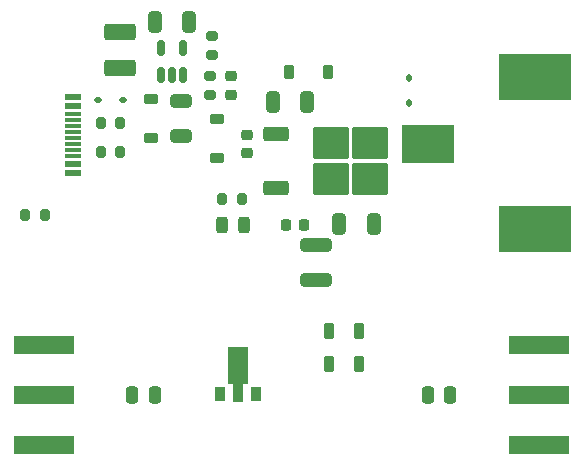
<source format=gbr>
%TF.GenerationSoftware,KiCad,Pcbnew,7.0.6-7.0.6~ubuntu22.04.1*%
%TF.CreationDate,2023-09-10T12:00:18+02:00*%
%TF.ProjectId,RFAmp,5246416d-702e-46b6-9963-61645f706362,rev?*%
%TF.SameCoordinates,Original*%
%TF.FileFunction,Paste,Top*%
%TF.FilePolarity,Positive*%
%FSLAX46Y46*%
G04 Gerber Fmt 4.6, Leading zero omitted, Abs format (unit mm)*
G04 Created by KiCad (PCBNEW 7.0.6-7.0.6~ubuntu22.04.1) date 2023-09-10 12:00:18*
%MOMM*%
%LPD*%
G01*
G04 APERTURE LIST*
G04 Aperture macros list*
%AMRoundRect*
0 Rectangle with rounded corners*
0 $1 Rounding radius*
0 $2 $3 $4 $5 $6 $7 $8 $9 X,Y pos of 4 corners*
0 Add a 4 corners polygon primitive as box body*
4,1,4,$2,$3,$4,$5,$6,$7,$8,$9,$2,$3,0*
0 Add four circle primitives for the rounded corners*
1,1,$1+$1,$2,$3*
1,1,$1+$1,$4,$5*
1,1,$1+$1,$6,$7*
1,1,$1+$1,$8,$9*
0 Add four rect primitives between the rounded corners*
20,1,$1+$1,$2,$3,$4,$5,0*
20,1,$1+$1,$4,$5,$6,$7,0*
20,1,$1+$1,$6,$7,$8,$9,0*
20,1,$1+$1,$8,$9,$2,$3,0*%
%AMFreePoly0*
4,1,9,3.862500,-0.866500,0.737500,-0.866500,0.737500,-0.450000,-0.737500,-0.450000,-0.737500,0.450000,0.737500,0.450000,0.737500,0.866500,3.862500,0.866500,3.862500,-0.866500,3.862500,-0.866500,$1*%
G04 Aperture macros list end*
%ADD10RoundRect,0.200000X0.200000X0.275000X-0.200000X0.275000X-0.200000X-0.275000X0.200000X-0.275000X0*%
%ADD11R,5.080000X1.500000*%
%ADD12RoundRect,0.225000X-0.375000X0.225000X-0.375000X-0.225000X0.375000X-0.225000X0.375000X0.225000X0*%
%ADD13RoundRect,0.225000X-0.250000X0.225000X-0.250000X-0.225000X0.250000X-0.225000X0.250000X0.225000X0*%
%ADD14RoundRect,0.243750X0.243750X0.456250X-0.243750X0.456250X-0.243750X-0.456250X0.243750X-0.456250X0*%
%ADD15RoundRect,0.250000X-0.850000X-0.350000X0.850000X-0.350000X0.850000X0.350000X-0.850000X0.350000X0*%
%ADD16RoundRect,0.250000X-1.275000X-1.125000X1.275000X-1.125000X1.275000X1.125000X-1.275000X1.125000X0*%
%ADD17RoundRect,0.150000X0.150000X-0.512500X0.150000X0.512500X-0.150000X0.512500X-0.150000X-0.512500X0*%
%ADD18RoundRect,0.250000X1.075000X-0.312500X1.075000X0.312500X-1.075000X0.312500X-1.075000X-0.312500X0*%
%ADD19RoundRect,0.225000X0.250000X-0.225000X0.250000X0.225000X-0.250000X0.225000X-0.250000X-0.225000X0*%
%ADD20RoundRect,0.200000X-0.200000X-0.275000X0.200000X-0.275000X0.200000X0.275000X-0.200000X0.275000X0*%
%ADD21R,0.900000X1.300000*%
%ADD22FreePoly0,90.000000*%
%ADD23R,1.450000X0.600000*%
%ADD24R,1.450000X0.300000*%
%ADD25RoundRect,0.200000X0.275000X-0.200000X0.275000X0.200000X-0.275000X0.200000X-0.275000X-0.200000X0*%
%ADD26RoundRect,0.250000X-0.325000X-0.650000X0.325000X-0.650000X0.325000X0.650000X-0.325000X0.650000X0*%
%ADD27RoundRect,0.225000X0.225000X0.250000X-0.225000X0.250000X-0.225000X-0.250000X0.225000X-0.250000X0*%
%ADD28RoundRect,0.038000X0.342000X0.597000X-0.342000X0.597000X-0.342000X-0.597000X0.342000X-0.597000X0*%
%ADD29RoundRect,0.112500X-0.112500X0.187500X-0.112500X-0.187500X0.112500X-0.187500X0.112500X0.187500X0*%
%ADD30RoundRect,0.250000X-0.250000X-0.475000X0.250000X-0.475000X0.250000X0.475000X-0.250000X0.475000X0*%
%ADD31R,6.200000X3.900000*%
%ADD32R,4.400000X3.300000*%
%ADD33RoundRect,0.250001X-1.074999X0.462499X-1.074999X-0.462499X1.074999X-0.462499X1.074999X0.462499X0*%
%ADD34RoundRect,0.112500X0.187500X0.112500X-0.187500X0.112500X-0.187500X-0.112500X0.187500X-0.112500X0*%
%ADD35RoundRect,0.250000X0.650000X-0.325000X0.650000X0.325000X-0.650000X0.325000X-0.650000X-0.325000X0*%
%ADD36RoundRect,0.225000X-0.225000X-0.375000X0.225000X-0.375000X0.225000X0.375000X-0.225000X0.375000X0*%
%ADD37RoundRect,0.225000X0.375000X-0.225000X0.375000X0.225000X-0.375000X0.225000X-0.375000X-0.225000X0*%
G04 APERTURE END LIST*
D10*
%TO.C,R1*%
X121325000Y-117400000D03*
X119675000Y-117400000D03*
%TD*%
D11*
%TO.C,J1*%
X104562500Y-129750000D03*
X104562500Y-138250000D03*
X104562500Y-134000000D03*
%TD*%
D12*
%TO.C,D3*%
X119200000Y-110650000D03*
X119200000Y-113950000D03*
%TD*%
D13*
%TO.C,C1*%
X121750000Y-111975000D03*
X121750000Y-113525000D03*
%TD*%
D11*
%TO.C,J2*%
X146437500Y-134000000D03*
X146437500Y-129750000D03*
X146437500Y-138250000D03*
%TD*%
D14*
%TO.C,LED1*%
X121487500Y-119600000D03*
X119612500Y-119600000D03*
%TD*%
D15*
%TO.C,U2*%
X124200000Y-116480000D03*
D16*
X132175000Y-115725000D03*
X132175000Y-112675000D03*
X128825000Y-115725000D03*
X128825000Y-112675000D03*
D15*
X124200000Y-111920000D03*
%TD*%
D17*
%TO.C,U3*%
X114450000Y-106937500D03*
X115400000Y-106937500D03*
X116350000Y-106937500D03*
X116350000Y-104662500D03*
X114450000Y-104662500D03*
%TD*%
D18*
%TO.C,R2*%
X127600000Y-124262500D03*
X127600000Y-121337500D03*
%TD*%
D19*
%TO.C,C9*%
X120400000Y-108575000D03*
X120400000Y-107025000D03*
%TD*%
D20*
%TO.C,R4*%
X109375000Y-113400000D03*
X111025000Y-113400000D03*
%TD*%
D21*
%TO.C,U1*%
X119500000Y-133950000D03*
D22*
X121000000Y-133862500D03*
D21*
X122500000Y-133950000D03*
%TD*%
D20*
%TO.C,R5*%
X102975000Y-118800000D03*
X104625000Y-118800000D03*
%TD*%
D23*
%TO.C,J4*%
X107045000Y-108750000D03*
X107045000Y-109550000D03*
D24*
X107045000Y-110250000D03*
X107045000Y-111250000D03*
X107045000Y-112750000D03*
X107045000Y-113750000D03*
D23*
X107045000Y-114450000D03*
X107045000Y-115250000D03*
X107045000Y-115250000D03*
X107045000Y-114450000D03*
D24*
X107045000Y-113250000D03*
X107045000Y-112250000D03*
X107045000Y-111750000D03*
X107045000Y-110750000D03*
D23*
X107045000Y-109550000D03*
X107045000Y-108750000D03*
%TD*%
D25*
%TO.C,R6*%
X118600000Y-108625000D03*
X118600000Y-106975000D03*
%TD*%
D26*
%TO.C,C3*%
X123925000Y-109200000D03*
X126875000Y-109200000D03*
%TD*%
D27*
%TO.C,C2*%
X126575000Y-119600000D03*
X125025000Y-119600000D03*
%TD*%
D28*
%TO.C,L1*%
X131270000Y-131400000D03*
X128730000Y-131400000D03*
X128730000Y-128600000D03*
X131270000Y-128600000D03*
%TD*%
D29*
%TO.C,D1*%
X135500000Y-107150000D03*
X135500000Y-109250000D03*
%TD*%
D30*
%TO.C,C8*%
X137050000Y-134000000D03*
X138950000Y-134000000D03*
%TD*%
D26*
%TO.C,C4*%
X129525000Y-119500000D03*
X132475000Y-119500000D03*
%TD*%
D20*
%TO.C,R3*%
X109375000Y-111000000D03*
X111025000Y-111000000D03*
%TD*%
D31*
%TO.C,J3*%
X146100000Y-107050000D03*
X146100000Y-119950000D03*
D32*
X137100000Y-112800000D03*
%TD*%
D25*
%TO.C,R7*%
X118800000Y-105225000D03*
X118800000Y-103575000D03*
%TD*%
D33*
%TO.C,L2*%
X111000000Y-103312500D03*
X111000000Y-106287500D03*
%TD*%
D34*
%TO.C,D5*%
X111250000Y-109000000D03*
X109150000Y-109000000D03*
%TD*%
D26*
%TO.C,C5*%
X113925000Y-102400000D03*
X116875000Y-102400000D03*
%TD*%
D35*
%TO.C,C6*%
X116200000Y-112075000D03*
X116200000Y-109125000D03*
%TD*%
D36*
%TO.C,D2*%
X125300000Y-106700000D03*
X128600000Y-106700000D03*
%TD*%
D30*
%TO.C,C7*%
X112050000Y-134000000D03*
X113950000Y-134000000D03*
%TD*%
D37*
%TO.C,D4*%
X113600000Y-112250000D03*
X113600000Y-108950000D03*
%TD*%
M02*

</source>
